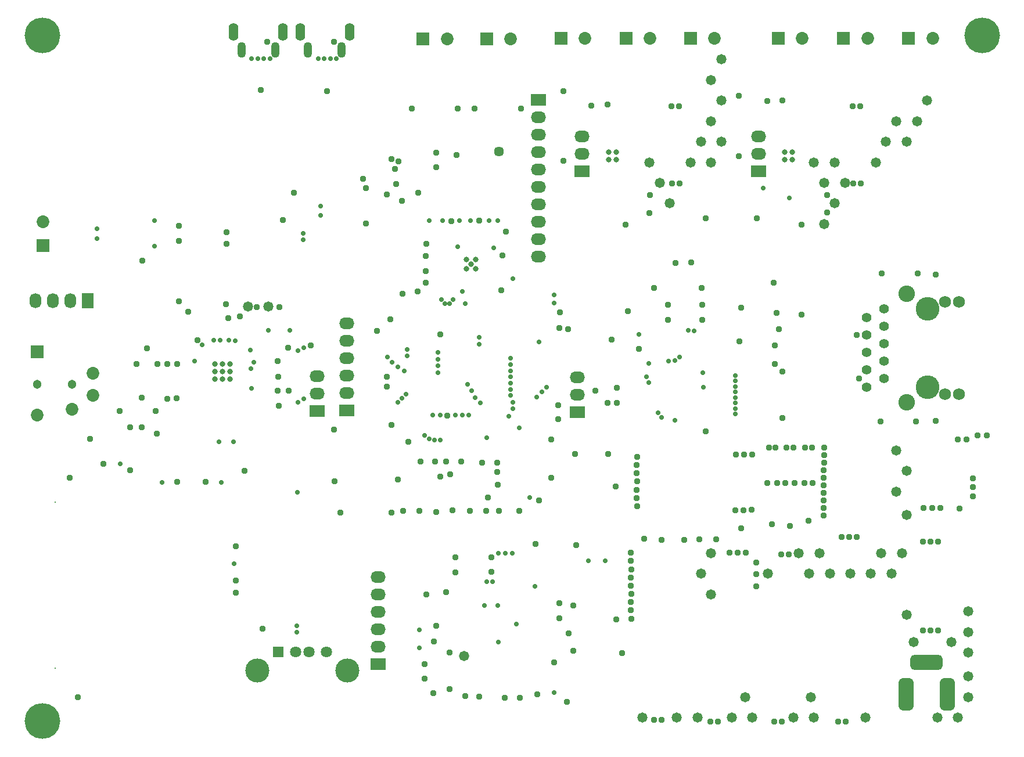
<source format=gbs>
G04*
G04 #@! TF.GenerationSoftware,Altium Limited,Altium Designer,22.4.2 (48)*
G04*
G04 Layer_Color=16711935*
%FSLAX25Y25*%
%MOIN*%
G70*
G04*
G04 #@! TF.SameCoordinates,507B7574-AD96-49B3-9928-A38505287C88*
G04*
G04*
G04 #@! TF.FilePolarity,Negative*
G04*
G01*
G75*
%ADD115O,0.08674X0.06706*%
%ADD116R,0.08674X0.07099*%
%ADD117C,0.07296*%
%ADD118R,0.07296X0.07296*%
%ADD119R,0.07296X0.07296*%
%ADD120O,0.05524X0.10249*%
%ADD121O,0.04934X0.09068*%
%ADD122O,0.06706X0.08674*%
%ADD123R,0.07099X0.08674*%
%ADD124C,0.13792*%
%ADD125R,0.06422X0.06422*%
%ADD126C,0.06422*%
%ADD127C,0.05131*%
%ADD128C,0.06800*%
%ADD129C,0.13600*%
%ADD130C,0.09500*%
%ADD131C,0.05500*%
%ADD132C,0.00800*%
G04:AMPARAMS|DCode=133|XSize=185.17mil|YSize=86.74mil|CornerRadius=23.68mil|HoleSize=0mil|Usage=FLASHONLY|Rotation=90.000|XOffset=0mil|YOffset=0mil|HoleType=Round|Shape=RoundedRectangle|*
%AMROUNDEDRECTD133*
21,1,0.18517,0.03937,0,0,90.0*
21,1,0.13780,0.08674,0,0,90.0*
1,1,0.04737,0.01968,0.06890*
1,1,0.04737,0.01968,-0.06890*
1,1,0.04737,-0.01968,-0.06890*
1,1,0.04737,-0.01968,0.06890*
%
%ADD133ROUNDEDRECTD133*%
G04:AMPARAMS|DCode=134|XSize=185.17mil|YSize=86.74mil|CornerRadius=23.68mil|HoleSize=0mil|Usage=FLASHONLY|Rotation=180.000|XOffset=0mil|YOffset=0mil|HoleType=Round|Shape=RoundedRectangle|*
%AMROUNDEDRECTD134*
21,1,0.18517,0.03937,0,0,180.0*
21,1,0.13780,0.08674,0,0,180.0*
1,1,0.04737,-0.06890,0.01968*
1,1,0.04737,0.06890,0.01968*
1,1,0.04737,0.06890,-0.01968*
1,1,0.04737,-0.06890,-0.01968*
%
%ADD134ROUNDEDRECTD134*%
%ADD135C,0.20485*%
%ADD136C,0.02769*%
%ADD137C,0.03162*%
%ADD138C,0.03753*%
%ADD139C,0.05721*%
%ADD140C,0.05800*%
D115*
X432283Y462835D02*
D03*
Y452835D02*
D03*
Y442835D02*
D03*
Y432835D02*
D03*
Y422835D02*
D03*
Y412835D02*
D03*
Y402835D02*
D03*
Y392835D02*
D03*
Y382835D02*
D03*
X322358Y334575D02*
D03*
Y344575D02*
D03*
Y314575D02*
D03*
Y304575D02*
D03*
Y324575D02*
D03*
X340551Y188740D02*
D03*
Y198740D02*
D03*
Y168740D02*
D03*
Y158740D02*
D03*
Y178740D02*
D03*
X454724Y313543D02*
D03*
Y303543D02*
D03*
X305512Y314331D02*
D03*
Y304331D02*
D03*
X558661Y451732D02*
D03*
Y441732D02*
D03*
X457480Y451968D02*
D03*
Y441968D02*
D03*
D116*
X432283Y472835D02*
D03*
X322358Y294575D02*
D03*
X340551Y148740D02*
D03*
X454724Y293543D02*
D03*
X305512Y294331D02*
D03*
X558661Y431732D02*
D03*
X457480Y431968D02*
D03*
D117*
X621260Y508268D02*
D03*
X658661D02*
D03*
X583858D02*
D03*
X496457D02*
D03*
X533465D02*
D03*
X459055D02*
D03*
X148031Y402953D02*
D03*
X379921Y507874D02*
D03*
X416535D02*
D03*
X164567Y295276D02*
D03*
X176772Y315748D02*
D03*
X144882Y291732D02*
D03*
X176772Y303150D02*
D03*
D118*
X607480Y508268D02*
D03*
X644882D02*
D03*
X570079D02*
D03*
X482677D02*
D03*
X519685D02*
D03*
X445276D02*
D03*
X366142Y507874D02*
D03*
X402756D02*
D03*
X144882Y328346D02*
D03*
D119*
X148031Y389173D02*
D03*
D120*
X257480Y512008D02*
D03*
X285827D02*
D03*
X295669D02*
D03*
X324016D02*
D03*
D121*
X262008Y501575D02*
D03*
X281299D02*
D03*
X300197D02*
D03*
X319488D02*
D03*
D122*
X153622Y357480D02*
D03*
X163622D02*
D03*
X143622D02*
D03*
D123*
X173622D02*
D03*
D124*
X322716Y145276D02*
D03*
X270984D02*
D03*
D125*
X283071Y155945D02*
D03*
D126*
X292913D02*
D03*
X300787D02*
D03*
X310630D02*
D03*
D127*
X144882Y309449D02*
D03*
X164567D02*
D03*
D128*
X673858Y303898D02*
D03*
X665866D02*
D03*
Y356850D02*
D03*
X673858D02*
D03*
D129*
X655866Y307874D02*
D03*
Y352874D02*
D03*
D130*
X643858Y299370D02*
D03*
Y361378D02*
D03*
D131*
X620866Y307874D02*
D03*
X630866Y312874D02*
D03*
X620866Y317874D02*
D03*
X630866Y322874D02*
D03*
X620866Y327874D02*
D03*
X630866Y332874D02*
D03*
X620866Y337874D02*
D03*
X630866Y342874D02*
D03*
Y352874D02*
D03*
X620866Y347874D02*
D03*
D132*
X155118Y146653D02*
D03*
Y241929D02*
D03*
D133*
X666929Y131496D02*
D03*
X643307D02*
D03*
D134*
X655118Y150000D02*
D03*
D135*
X147638Y116142D02*
D03*
Y509842D02*
D03*
X687008D02*
D03*
D136*
X545276Y298819D02*
D03*
Y295669D02*
D03*
Y311417D02*
D03*
Y308268D02*
D03*
X179134Y398819D02*
D03*
Y393307D02*
D03*
X437008Y307874D02*
D03*
X434252Y305118D02*
D03*
X431496Y302362D02*
D03*
X441339Y356299D02*
D03*
Y361024D02*
D03*
X416535Y324410D02*
D03*
Y320866D02*
D03*
Y317323D02*
D03*
Y303150D02*
D03*
Y306693D02*
D03*
Y310236D02*
D03*
Y313779D02*
D03*
X432677Y333858D02*
D03*
X364173Y168504D02*
D03*
X249213Y276378D02*
D03*
X257480D02*
D03*
X212205Y388976D02*
D03*
X235039Y322835D02*
D03*
X216535Y253150D02*
D03*
X294094Y247638D02*
D03*
X250394Y253150D02*
D03*
X371654Y291732D02*
D03*
X375984D02*
D03*
X417717Y295669D02*
D03*
X394094Y305906D02*
D03*
X399213Y298819D02*
D03*
X391732Y309449D02*
D03*
X396063Y301969D02*
D03*
X384646Y291732D02*
D03*
X388583D02*
D03*
X392520D02*
D03*
X427559Y244488D02*
D03*
X402756Y278740D02*
D03*
X294488Y328740D02*
D03*
X297638Y330686D02*
D03*
X294488Y299213D02*
D03*
X297638Y301181D02*
D03*
X277559Y340551D02*
D03*
X409449Y212598D02*
D03*
X413386D02*
D03*
X374803Y316142D02*
D03*
Y320079D02*
D03*
Y324016D02*
D03*
Y327953D02*
D03*
X417323Y212598D02*
D03*
X461039Y208185D02*
D03*
X409228Y182402D02*
D03*
X470882Y208283D02*
D03*
X405905Y196063D02*
D03*
X402756D02*
D03*
X293701Y170866D02*
D03*
X293701Y167323D02*
D03*
X401354Y182402D02*
D03*
X419598Y171965D02*
D03*
X441339Y132382D02*
D03*
X409244Y161610D02*
D03*
X364173Y158268D02*
D03*
X430398Y193520D02*
D03*
X239370Y332283D02*
D03*
X192520Y263779D02*
D03*
X351575Y319685D02*
D03*
X345669Y325197D02*
D03*
X348425Y322047D02*
D03*
X267717Y307087D02*
D03*
X355512Y317323D02*
D03*
X351575Y299213D02*
D03*
X353937Y301575D02*
D03*
X356299Y303937D02*
D03*
X415354Y291339D02*
D03*
X503150Y290551D02*
D03*
X501181Y293307D02*
D03*
X513386Y325197D02*
D03*
X510630Y323228D02*
D03*
X507087Y322835D02*
D03*
X212205Y403543D02*
D03*
X357087Y325984D02*
D03*
Y329528D02*
D03*
X375984Y277559D02*
D03*
X372835D02*
D03*
X369685Y278346D02*
D03*
X366929Y280315D02*
D03*
X289764Y340551D02*
D03*
X258268Y334646D02*
D03*
X254724Y335039D02*
D03*
X249606D02*
D03*
X246063D02*
D03*
X268898Y322047D02*
D03*
X267323Y318504D02*
D03*
X266929Y329134D02*
D03*
X398425Y332677D02*
D03*
Y336614D02*
D03*
X307470Y406703D02*
D03*
X307480Y411811D02*
D03*
X297244Y392520D02*
D03*
Y396063D02*
D03*
X378740Y355906D02*
D03*
X309449Y496457D02*
D03*
X381496Y355906D02*
D03*
X312992Y496457D02*
D03*
X383465Y358268D02*
D03*
X376772D02*
D03*
X305906Y496457D02*
D03*
X316535D02*
D03*
X267717D02*
D03*
X278346D02*
D03*
X274803D02*
D03*
X271260D02*
D03*
X406693Y387795D02*
D03*
X388583Y362992D02*
D03*
X390551Y355906D02*
D03*
X369685Y403543D02*
D03*
X377559Y403543D02*
D03*
X409055D02*
D03*
X403937D02*
D03*
X387008D02*
D03*
X393307D02*
D03*
X417667Y370128D02*
D03*
X561417Y422047D02*
D03*
X576378Y416535D02*
D03*
X257874Y206693D02*
D03*
X417717Y299213D02*
D03*
X545276Y292520D02*
D03*
Y301969D02*
D03*
Y305118D02*
D03*
Y314567D02*
D03*
X386221Y388583D02*
D03*
X518504Y340551D02*
D03*
X521654Y340158D02*
D03*
X490158Y338189D02*
D03*
X495669Y310630D02*
D03*
X510630Y288976D02*
D03*
X495669Y321654D02*
D03*
X494488Y313779D02*
D03*
X421260Y284646D02*
D03*
X527165Y307874D02*
D03*
X526772Y316142D02*
D03*
D137*
X255512Y321260D02*
D03*
Y316929D02*
D03*
Y312598D02*
D03*
X251181Y321260D02*
D03*
Y316929D02*
D03*
Y312598D02*
D03*
X246850Y321260D02*
D03*
Y316929D02*
D03*
Y312598D02*
D03*
X573819Y438386D02*
D03*
Y442717D02*
D03*
X578150Y438386D02*
D03*
Y442717D02*
D03*
X476968D02*
D03*
Y438386D02*
D03*
X472638Y442717D02*
D03*
Y438386D02*
D03*
X393701Y378543D02*
D03*
X391142Y381102D02*
D03*
X396260D02*
D03*
Y375984D02*
D03*
X391142D02*
D03*
D138*
X224803Y301575D02*
D03*
X219291Y301181D02*
D03*
X283071Y313779D02*
D03*
X204724Y285039D02*
D03*
X566535Y229134D02*
D03*
X204724Y301969D02*
D03*
X446850Y477953D02*
D03*
Y437795D02*
D03*
X444882Y350787D02*
D03*
X368110Y188976D02*
D03*
X301870Y331890D02*
D03*
X314961Y283465D02*
D03*
X589370Y273228D02*
D03*
X585433D02*
D03*
X578740D02*
D03*
X574803D02*
D03*
X568504D02*
D03*
X564567D02*
D03*
X689764Y280315D02*
D03*
X684252D02*
D03*
X677953Y277953D02*
D03*
X673228D02*
D03*
X373622Y236221D02*
D03*
X375984Y256693D02*
D03*
X385433Y441339D02*
D03*
X382283Y403150D02*
D03*
X472047Y298819D02*
D03*
X498819Y364961D02*
D03*
X547244Y440650D02*
D03*
X568898Y350394D02*
D03*
X570472Y341339D02*
D03*
X568110Y331890D02*
D03*
X477559Y298819D02*
D03*
Y307480D02*
D03*
X490158Y329921D02*
D03*
X225984Y400394D02*
D03*
Y391732D02*
D03*
X674016Y238189D02*
D03*
X503150Y220079D02*
D03*
X516142D02*
D03*
X207874Y330315D02*
D03*
X201575Y321260D02*
D03*
X585039Y252756D02*
D03*
X163386Y255906D02*
D03*
X168110Y129921D02*
D03*
X219291Y321260D02*
D03*
X363386Y419685D02*
D03*
X353937Y414961D02*
D03*
X285827Y403937D02*
D03*
X276772Y506299D02*
D03*
X314961D02*
D03*
X333465Y422047D02*
D03*
X288976Y305906D02*
D03*
X492913Y220866D02*
D03*
X524803Y220472D02*
D03*
X534252D02*
D03*
X583465Y401181D02*
D03*
X482283D02*
D03*
X282677Y305906D02*
D03*
X508661Y469291D02*
D03*
X512992Y469291D02*
D03*
X513386Y424803D02*
D03*
X509055Y424803D02*
D03*
X612598Y469291D02*
D03*
X616929Y469291D02*
D03*
X617323Y424803D02*
D03*
X612992Y424803D02*
D03*
X236614Y335039D02*
D03*
X225197Y321260D02*
D03*
X225984Y357087D02*
D03*
X368110Y390158D02*
D03*
X503150Y116732D02*
D03*
X498819Y116732D02*
D03*
X535433Y115945D02*
D03*
X531102Y115945D02*
D03*
X608661Y115945D02*
D03*
X604331Y115945D02*
D03*
X567717D02*
D03*
X572047Y115945D02*
D03*
X506693Y346457D02*
D03*
Y355118D02*
D03*
X526378D02*
D03*
X548819Y353543D02*
D03*
X547638Y334252D02*
D03*
X568110Y321260D02*
D03*
X596282Y264609D02*
D03*
X596282Y268940D02*
D03*
X596282Y273271D02*
D03*
X555118Y269291D02*
D03*
X550394D02*
D03*
X545669D02*
D03*
X653543Y238583D02*
D03*
X681890Y255512D02*
D03*
Y245276D02*
D03*
X658268Y238583D02*
D03*
X662992D02*
D03*
X576772Y228346D02*
D03*
X587402Y231102D02*
D03*
X596063Y234252D02*
D03*
X596063Y242913D02*
D03*
X596063Y238583D02*
D03*
X554724Y237402D02*
D03*
X550000Y237256D02*
D03*
X545276D02*
D03*
X548819Y226772D02*
D03*
X596063Y247244D02*
D03*
X589764Y252756D02*
D03*
X563779D02*
D03*
X574016D02*
D03*
X579528D02*
D03*
X569291D02*
D03*
X596063Y255906D02*
D03*
X596063Y260236D02*
D03*
Y251575D02*
D03*
X488791Y258465D02*
D03*
Y263189D02*
D03*
X488937Y267913D02*
D03*
Y239567D02*
D03*
X488791Y244291D02*
D03*
Y249016D02*
D03*
X488937Y253740D02*
D03*
X557480Y200394D02*
D03*
X485591Y175000D02*
D03*
X485445Y179724D02*
D03*
Y184449D02*
D03*
X485591Y189173D02*
D03*
X485445Y193898D02*
D03*
Y198622D02*
D03*
X485591Y203346D02*
D03*
X485445Y208071D02*
D03*
Y212795D02*
D03*
X541929Y212835D02*
D03*
X546654Y212980D02*
D03*
X551378D02*
D03*
X681890Y250394D02*
D03*
X610630Y221850D02*
D03*
X614961Y221850D02*
D03*
X606299D02*
D03*
X657480Y219094D02*
D03*
X661811Y219094D02*
D03*
X653150D02*
D03*
X575984Y211811D02*
D03*
X571654D02*
D03*
X557480Y207087D02*
D03*
Y193701D02*
D03*
X430709Y217717D02*
D03*
X453937Y217323D02*
D03*
X213779Y321260D02*
D03*
X614961Y337795D02*
D03*
X616535Y312992D02*
D03*
X213386Y281102D02*
D03*
X198031Y260236D02*
D03*
Y284744D02*
D03*
X263779Y259842D02*
D03*
X357874Y276378D02*
D03*
X411024Y363386D02*
D03*
X403543Y244488D02*
D03*
X409842Y237008D02*
D03*
X288583Y330709D02*
D03*
X282677Y322835D02*
D03*
X439764Y277953D02*
D03*
X274016Y169291D02*
D03*
X441339Y150000D02*
D03*
X381496Y155512D02*
D03*
X372441Y161811D02*
D03*
X572441Y472441D02*
D03*
X563779Y472047D02*
D03*
X598032Y408268D02*
D03*
X462598Y469685D02*
D03*
X472047Y470079D02*
D03*
X175197Y278346D02*
D03*
X345276Y313779D02*
D03*
X443701Y289435D02*
D03*
X661811Y168110D02*
D03*
X653150D02*
D03*
X657480Y168110D02*
D03*
X405425Y201886D02*
D03*
X364173Y236811D02*
D03*
X383071Y237205D02*
D03*
X402362Y236909D02*
D03*
X421260Y237008D02*
D03*
X392913Y237008D02*
D03*
X354724Y236910D02*
D03*
X270866Y354035D02*
D03*
X311221Y477953D02*
D03*
X273031Y478543D02*
D03*
X398425Y403543D02*
D03*
X367717Y367717D02*
D03*
X464961Y305906D02*
D03*
X449472Y341339D02*
D03*
X496063Y407874D02*
D03*
X496457Y418110D02*
D03*
X598032D02*
D03*
X318701Y236024D02*
D03*
X351575Y255020D02*
D03*
X364567Y265354D02*
D03*
X345276Y308268D02*
D03*
X348031Y286221D02*
D03*
X526378Y346457D02*
D03*
X567323Y368012D02*
D03*
X583465Y349606D02*
D03*
X421654Y129528D02*
D03*
X412992D02*
D03*
X384646Y201575D02*
D03*
Y210236D02*
D03*
X405512D02*
D03*
X261024Y348425D02*
D03*
X254331Y347638D02*
D03*
X253150Y355512D02*
D03*
X347244Y346850D02*
D03*
X367717Y374410D02*
D03*
Y383071D02*
D03*
X413779Y397244D02*
D03*
X443701Y297638D02*
D03*
X379953Y291665D02*
D03*
X376016Y338319D02*
D03*
X557874Y404724D02*
D03*
X528346D02*
D03*
X572441Y290158D02*
D03*
Y316929D02*
D03*
X408661Y264567D02*
D03*
X400000D02*
D03*
X408661Y259055D02*
D03*
X432579Y242913D02*
D03*
X452362Y156693D02*
D03*
X258661Y216535D02*
D03*
Y189764D02*
D03*
X258858Y196732D02*
D03*
X283465Y297244D02*
D03*
X362992Y362992D02*
D03*
X444488Y175197D02*
D03*
Y183858D02*
D03*
X205118Y380709D02*
D03*
X253543Y396850D02*
D03*
Y390158D02*
D03*
X291959Y419471D02*
D03*
X333465Y401968D02*
D03*
X345276Y418504D02*
D03*
X331890Y427658D02*
D03*
X348031Y438976D02*
D03*
X351969Y437402D02*
D03*
X350000Y433071D02*
D03*
X350787Y424409D02*
D03*
X373622Y434252D02*
D03*
Y442520D02*
D03*
X359842Y467717D02*
D03*
X386221D02*
D03*
X395669Y467717D02*
D03*
X422441D02*
D03*
X547244Y475295D02*
D03*
X411811Y383563D02*
D03*
X649213Y288189D02*
D03*
X628740D02*
D03*
X660532Y288583D02*
D03*
X660335Y372441D02*
D03*
X650000Y373228D02*
D03*
X629528D02*
D03*
X453543Y269685D02*
D03*
X439764Y255906D02*
D03*
X472244Y269488D02*
D03*
X476772Y250787D02*
D03*
X480315Y155118D02*
D03*
X477165Y174409D02*
D03*
X452362Y182677D02*
D03*
X449705Y166535D02*
D03*
X448819Y127165D02*
D03*
X431890Y131595D02*
D03*
X372047Y132283D02*
D03*
X366929Y148819D02*
D03*
Y140551D02*
D03*
X381496Y134646D02*
D03*
X398425Y130315D02*
D03*
X390551Y130413D02*
D03*
X373622Y170866D02*
D03*
X379528Y190059D02*
D03*
X241339Y253543D02*
D03*
X225197D02*
D03*
X182677Y263779D02*
D03*
X212598Y294094D02*
D03*
X192126D02*
D03*
X231496Y351181D02*
D03*
X283858Y354035D02*
D03*
X339779Y340244D02*
D03*
X348228Y236024D02*
D03*
X315354Y253937D02*
D03*
X381890Y257874D02*
D03*
X409055Y251969D02*
D03*
X373228Y265354D02*
D03*
X379528D02*
D03*
X388189D02*
D03*
X528445Y282677D02*
D03*
X525984Y364961D02*
D03*
X520079Y379528D02*
D03*
X511122Y379331D02*
D03*
X483858Y351673D02*
D03*
X474409Y335138D02*
D03*
X444488Y341732D02*
D03*
X354331Y361417D02*
D03*
D139*
X409842Y443307D02*
D03*
D140*
X679134Y141732D02*
D03*
X669291Y161417D02*
D03*
X679134Y179134D02*
D03*
Y167323D02*
D03*
Y155512D02*
D03*
X620079Y118110D02*
D03*
X588583Y129921D02*
D03*
X551181D02*
D03*
X492126Y118110D02*
D03*
X511811D02*
D03*
X523622D02*
D03*
X647638Y161417D02*
D03*
X673228Y118110D02*
D03*
X679134Y129921D02*
D03*
X655512Y472441D02*
D03*
X649606Y460630D02*
D03*
X637795D02*
D03*
X643701Y448819D02*
D03*
X631890D02*
D03*
X625984Y437008D02*
D03*
X602362D02*
D03*
X608267Y425197D02*
D03*
X602362Y413386D02*
D03*
X590551Y437008D02*
D03*
X596456Y425197D02*
D03*
Y401575D02*
D03*
X537401Y496063D02*
D03*
X531496Y484252D02*
D03*
X537401Y472441D02*
D03*
X531496Y460630D02*
D03*
X537401Y448819D02*
D03*
X531496Y437008D02*
D03*
X525590Y448819D02*
D03*
X519685Y437008D02*
D03*
X507874Y413386D02*
D03*
X496063Y437008D02*
D03*
X501968Y425197D02*
D03*
X640945Y212598D02*
D03*
X635039Y200787D02*
D03*
X629134Y212598D02*
D03*
X623228Y200787D02*
D03*
X611417D02*
D03*
X599606D02*
D03*
X593701Y212598D02*
D03*
X587795Y200787D02*
D03*
X581890Y212598D02*
D03*
X564173Y200787D02*
D03*
X643701Y234646D02*
D03*
X637795Y271654D02*
D03*
X643701Y259842D02*
D03*
X637795Y248031D02*
D03*
X389764Y153543D02*
D03*
X277559Y354331D02*
D03*
X265748D02*
D03*
X661417Y118110D02*
D03*
X643701Y177165D02*
D03*
X590551Y118110D02*
D03*
X578740D02*
D03*
X555118D02*
D03*
X543307D02*
D03*
X531496Y212598D02*
D03*
Y188976D02*
D03*
X525590Y200787D02*
D03*
M02*

</source>
